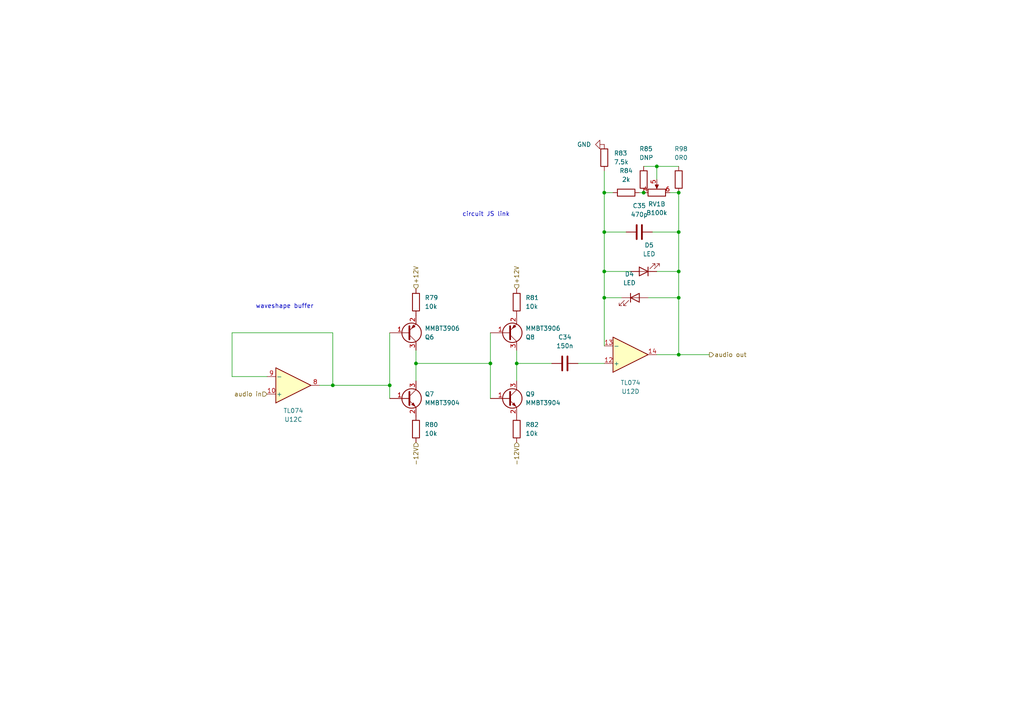
<source format=kicad_sch>
(kicad_sch (version 20250114) (generator "eeschema") (generator_version "9.0")
  (paper "A4")
  (lib_symbols
    (symbol "Amplifier_Operational:TL074" (pin_names (offset 0.127))
      (property "Reference" "U" (at 0 5.08 0))
      (property "Value" "TL074" (at 0 -5.08 0))
      (symbol "TL074_1_1"
        (polyline (pts (xy -5.08 5.08) (xy 5.08 0) (xy -5.08 -5.08) (xy -5.08 5.08)) (stroke (width 0.254)) (fill (type background)))
        (pin input line (at -7.62 2.54 0) (length 2.54) (name "+") (number "3"))
        (pin input line (at -7.62 -2.54 0) (length 2.54) (name "-") (number "2"))
        (pin output line (at 7.62 0 180) (length 2.54) (name "~") (number "1"))
      )
      (symbol "TL074_2_1"
        (polyline (pts (xy -5.08 5.08) (xy 5.08 0) (xy -5.08 -5.08) (xy -5.08 5.08)) (stroke (width 0.254)) (fill (type background)))
        (pin input line (at -7.62 2.54 0) (length 2.54) (name "+") (number "5"))
        (pin input line (at -7.62 -2.54 0) (length 2.54) (name "-") (number "6"))
        (pin output line (at 7.62 0 180) (length 2.54) (name "~") (number "7"))
      )
      (symbol "TL074_3_1"
        (polyline (pts (xy -5.08 5.08) (xy 5.08 0) (xy -5.08 -5.08) (xy -5.08 5.08)) (stroke (width 0.254)) (fill (type background)))
        (pin input line (at -7.62 2.54 0) (length 2.54) (name "+") (number "10"))
        (pin input line (at -7.62 -2.54 0) (length 2.54) (name "-") (number "9"))
        (pin output line (at 7.62 0 180) (length 2.54) (name "~") (number "8"))
      )
      (symbol "TL074_4_1"
        (polyline (pts (xy -5.08 5.08) (xy 5.08 0) (xy -5.08 -5.08) (xy -5.08 5.08)) (stroke (width 0.254)) (fill (type background)))
        (pin input line (at -7.62 2.54 0) (length 2.54) (name "+") (number "12"))
        (pin input line (at -7.62 -2.54 0) (length 2.54) (name "-") (number "13"))
        (pin output line (at 7.62 0 180) (length 2.54) (name "~") (number "14"))
      )
      (symbol "TL074_5_1"
        (pin power_in line (at -2.54 7.62 270) (length 3.81) (name "V+") (number "4"))
        (pin power_in line (at -2.54 -7.62 90) (length 3.81) (name "V-") (number "11"))
      )
    )
    (symbol "Device:C" (pin_numbers (hide yes)) (pin_names (offset 0.254))
      (property "Reference" "C" (at 0.635 2.54 0))
      (property "Value" "C" (at 0.635 -2.54 0))
      (symbol "C_0_1"
        (polyline (pts (xy -2.032 0.762) (xy 2.032 0.762)) (stroke (width 0.508)))
        (polyline (pts (xy -2.032 -0.762) (xy 2.032 -0.762)) (stroke (width 0.508)))
      )
      (symbol "C_1_1"
        (pin passive line (at 0 3.81 270) (length 2.794) (name "~") (number "1"))
        (pin passive line (at 0 -3.81 90) (length 2.794) (name "~") (number "2"))
      )
    )
    (symbol "Device:LED" (pin_numbers (hide yes)) (pin_names (offset 1.016) (hide yes))
      (property "Reference" "D" (at 0 2.54 0))
      (property "Value" "LED" (at 0 -2.54 0))
      (symbol "LED_0_1"
        (polyline (pts (xy -3.048 -0.762) (xy -4.572 -2.286) (xy -3.81 -2.286) (xy -4.572 -2.286) (xy -4.572 -1.524)))
        (polyline (pts (xy -1.778 -0.762) (xy -3.302 -2.286) (xy -2.54 -2.286) (xy -3.302 -2.286) (xy -3.302 -1.524)))
        (polyline (pts (xy -1.27 0) (xy 1.27 0)))
        (polyline (pts (xy -1.27 -1.27) (xy -1.27 1.27)) (stroke (width 0.254)))
        (polyline (pts (xy 1.27 -1.27) (xy 1.27 1.27) (xy -1.27 0) (xy 1.27 -1.27)) (stroke (width 0.254)))
      )
      (symbol "LED_1_1"
        (pin passive line (at -3.81 0 0) (length 2.54) (name "K") (number "1"))
        (pin passive line (at 3.81 0 180) (length 2.54) (name "A") (number "2"))
      )
    )
    (symbol "Device:R" (pin_numbers (hide yes)) (pin_names (offset 0))
      (property "Reference" "R" (at 2.032 0 90))
      (property "Value" "R" (at 0 0 90))
      (symbol "R_0_1"
        (rectangle (start -1.016 -2.54) (end 1.016 2.54) (stroke (width 0.254)))
      )
      (symbol "R_1_1"
        (pin passive line (at 0 3.81 270) (length 1.27) (name "~") (number "1"))
        (pin passive line (at 0 -3.81 90) (length 1.27) (name "~") (number "2"))
      )
    )
    (symbol "Device:R_Potentiometer_Dual_Separate" (pin_names (offset 1.016) (hide yes))
      (property "Reference" "RV" (at -4.445 0 90))
      (property "Value" "R_Potentiometer_Dual_Separate" (at -2.54 0 90))
      (symbol "R_Potentiometer_Dual_Separate_0_1"
        (rectangle (start 1.016 2.54) (end -1.016 -2.54) (stroke (width 0.254)))
        (polyline (pts (xy 1.143 0) (xy 2.286 0.508) (xy 2.286 -0.508) (xy 1.143 0)) (fill (type outline)))
        (polyline (pts (xy 2.54 0) (xy 1.524 0)))
      )
      (symbol "R_Potentiometer_Dual_Separate_1_1"
        (pin passive line (at 0 3.81 270) (length 1.27) (name "1") (number "1"))
        (pin passive line (at 0 -3.81 90) (length 1.27) (name "3") (number "3"))
        (pin passive line (at 3.81 0 180) (length 1.27) (name "2") (number "2"))
      )
      (symbol "R_Potentiometer_Dual_Separate_2_1"
        (pin passive line (at 0 3.81 270) (length 1.27) (name "4") (number "4"))
        (pin passive line (at 0 -3.81 90) (length 1.27) (name "6") (number "6"))
        (pin passive line (at 3.81 0 180) (length 1.27) (name "5") (number "5"))
      )
    )
    (symbol "Transistor_BJT:MMBT3904" (pin_names (offset 0) (hide yes))
      (property "Reference" "Q" (at 5.08 1.905 0))
      (property "Value" "MMBT3904" (at 5.08 0 0))
      (symbol "MMBT3904_0_1"
        (polyline (pts (xy 0.635 1.905) (xy 0.635 -1.905) (xy 0.635 -1.905)) (stroke (width 0.508)))
        (polyline (pts (xy 0.635 0.635) (xy 2.54 2.54)))
        (polyline (pts (xy 0.635 -0.635) (xy 2.54 -2.54) (xy 2.54 -2.54)))
        (circle (center 1.27 0) (radius 2.8194) (stroke (width 0.254)))
        (polyline (pts (xy 1.27 -1.778) (xy 1.778 -1.27) (xy 2.286 -2.286) (xy 1.27 -1.778) (xy 1.27 -1.778)) (fill (type outline)))
      )
      (symbol "MMBT3904_1_1"
        (pin input line (at -5.08 0 0) (length 5.715) (name "B") (number "1"))
        (pin passive line (at 2.54 5.08 270) (length 2.54) (name "C") (number "3"))
        (pin passive line (at 2.54 -5.08 90) (length 2.54) (name "E") (number "2"))
      )
    )
    (symbol "Transistor_BJT:MMBT3906" (pin_names (offset 0) (hide yes))
      (property "Reference" "Q" (at 5.08 1.905 0))
      (property "Value" "MMBT3906" (at 5.08 0 0))
      (symbol "MMBT3906_0_1"
        (polyline (pts (xy 0.635 1.905) (xy 0.635 -1.905) (xy 0.635 -1.905)) (stroke (width 0.508)))
        (polyline (pts (xy 0.635 0.635) (xy 2.54 2.54)))
        (polyline (pts (xy 0.635 -0.635) (xy 2.54 -2.54) (xy 2.54 -2.54)))
        (circle (center 1.27 0) (radius 2.8194) (stroke (width 0.254)))
        (polyline (pts (xy 2.286 -1.778) (xy 1.778 -2.286) (xy 1.27 -1.27) (xy 2.286 -1.778) (xy 2.286 -1.778)) (fill (type outline)))
      )
      (symbol "MMBT3906_1_1"
        (pin input line (at -5.08 0 0) (length 5.715) (name "B") (number "1"))
        (pin passive line (at 2.54 5.08 270) (length 2.54) (name "C") (number "3"))
        (pin passive line (at 2.54 -5.08 90) (length 2.54) (name "E") (number "2"))
      )
    )
    (symbol "power:GND" (power) (pin_numbers (hide yes)) (pin_names (offset 0) (hide yes))
      (property "Value" "GND" (at 0 -3.81 0))
      (symbol "GND_0_1"
        (polyline (pts (xy 0 0) (xy 0 -1.27) (xy 1.27 -1.27) (xy 0 -2.54) (xy -1.27 -1.27) (xy 0 -1.27)))
      )
      (symbol "GND_1_1"
        (pin power_in line (at 0 0 270) (length 0) (name "~") (number "1"))
      )
    )
  )
  (text "waveshape buffer" (at 82.55 88.9 0) (effects (font (size 1.27 1.27))))
  (text "circuit JS link" (at 140.97 62.23 0) (effects (font (size 1.27 1.27))))
  (junction (at 175.26 78.74))
  (junction (at 190.5 48.26))
  (junction (at 175.26 67.31))
  (junction (at 175.26 86.36))
  (junction (at 175.26 55.88))
  (junction (at 186.69 55.88))
  (junction (at 196.85 67.31))
  (junction (at 196.85 78.74))
  (junction (at 149.86 105.41))
  (junction (at 120.65 105.41))
  (junction (at 196.85 102.87))
  (junction (at 196.85 86.36))
  (junction (at 113.03 111.76))
  (junction (at 142.24 105.41))
  (junction (at 196.85 55.88))
  (junction (at 96.52 111.76))
  (wire (pts (xy 120.65 105.41) (xy 142.24 105.41)))
  (wire (pts (xy 142.24 105.41) (xy 142.24 96.52)))
  (wire (pts (xy 149.86 105.41) (xy 149.86 110.49)))
  (wire (pts (xy 185.42 55.88) (xy 186.69 55.88)))
  (wire (pts (xy 187.96 86.36) (xy 196.85 86.36)))
  (wire (pts (xy 175.26 49.53) (xy 175.26 55.88)))
  (wire (pts (xy 120.65 105.41) (xy 120.65 110.49)))
  (wire (pts (xy 190.5 48.26) (xy 190.5 52.07)))
  (wire (pts (xy 175.26 78.74) (xy 175.26 86.36)))
  (wire (pts (xy 67.31 109.22) (xy 77.47 109.22)))
  (wire (pts (xy 175.26 86.36) (xy 175.26 100.33)))
  (wire (pts (xy 96.52 111.76) (xy 113.03 111.76)))
  (wire (pts (xy 175.26 55.88) (xy 177.8 55.88)))
  (wire (pts (xy 186.69 48.26) (xy 190.5 48.26)))
  (wire (pts (xy 190.5 78.74) (xy 196.85 78.74)))
  (wire (pts (xy 96.52 96.52) (xy 96.52 111.76)))
  (wire (pts (xy 167.64 105.41) (xy 175.26 105.41)))
  (wire (pts (xy 190.5 102.87) (xy 196.85 102.87)))
  (wire (pts (xy 190.5 48.26) (xy 196.85 48.26)))
  (wire (pts (xy 149.86 101.6) (xy 149.86 105.41)))
  (wire (pts (xy 175.26 67.31) (xy 175.26 55.88)))
  (wire (pts (xy 92.71 111.76) (xy 96.52 111.76)))
  (wire (pts (xy 196.85 102.87) (xy 205.74 102.87)))
  (wire (pts (xy 175.26 67.31) (xy 175.26 78.74)))
  (wire (pts (xy 113.03 111.76) (xy 113.03 115.57)))
  (wire (pts (xy 96.52 96.52) (xy 67.31 96.52)))
  (wire (pts (xy 196.85 78.74) (xy 196.85 86.36)))
  (wire (pts (xy 113.03 96.52) (xy 113.03 111.76)))
  (wire (pts (xy 149.86 105.41) (xy 160.02 105.41)))
  (wire (pts (xy 175.26 78.74) (xy 182.88 78.74)))
  (wire (pts (xy 67.31 96.52) (xy 67.31 109.22)))
  (wire (pts (xy 120.65 101.6) (xy 120.65 105.41)))
  (wire (pts (xy 194.31 55.88) (xy 196.85 55.88)))
  (wire (pts (xy 175.26 67.31) (xy 181.61 67.31)))
  (wire (pts (xy 196.85 86.36) (xy 196.85 102.87)))
  (wire (pts (xy 180.34 86.36) (xy 175.26 86.36)))
  (wire (pts (xy 196.85 55.88) (xy 196.85 67.31)))
  (wire (pts (xy 189.23 67.31) (xy 196.85 67.31)))
  (wire (pts (xy 142.24 105.41) (xy 142.24 115.57)))
  (wire (pts (xy 196.85 67.31) (xy 196.85 78.74)))
  (hierarchical_label "+12V" (shape input) (at 149.86 83.82 90))
  (hierarchical_label "-12V" (shape input) (at 120.65 128.27 270))
  (hierarchical_label "+12V" (shape input) (at 120.65 83.82 90))
  (hierarchical_label "-12V" (shape input) (at 149.86 128.27 270))
  (hierarchical_label "audio in" (shape input) (at 77.47 114.3 180))
  (hierarchical_label "audio out" (shape output) (at 205.74 102.87 0))
  (symbol (lib_id "Device:R") (at 186.69 52.07 0) (unit 1)
    (property "Reference" "R78" (at 185.42 43.18 0) (effects (justify left)))
    (property "Value" "DNP" (at 185.42 45.72 0) (effects (justify left)))
    (property "Footprint" "Resistor_SMD:R_0603_1608Metric" (effects (hide yes)))
    (property "Description" "Resistor" (effects (hide yes)))
    (instances (project "myriad_0.4" (path "" (reference "R85") (unit 1)) (path "" (reference "R78") (unit 1))))
  )
  (symbol (lib_id "Transistor_BJT:MMBT3904") (at 147.32 115.57 0) (unit 1)
    (property "Reference" "Q5" (at 152.4 114.2999 0) (effects (justify left)))
    (property "Value" "MMBT3904" (at 152.4 116.8399 0) (effects (justify left)))
    (property "Footprint" "Package_TO_SOT_SMD:SOT-23" (effects (hide yes)))
    (property "Datasheet" "https://www.onsemi.com/pdf/datasheet/pzt3904-d.pdf" (effects (hide yes)))
    (property "Description" "0.2A Ic, 40V Vce, Small Signal NPN Transistor, SOT-23" (effects (hide yes)))
    (instances (project "myriad_0.4" (path "" (reference "Q9") (unit 1)) (path "" (reference "Q5") (unit 1))))
  )
  (symbol (lib_id "Transistor_BJT:MMBT3906") (at 147.32 96.52 0) (mirror x) (unit 1)
    (property "Reference" "Q4" (at 152.4 97.7901 0) (effects (justify left)))
    (property "Value" "MMBT3906" (at 152.4 95.2501 0) (effects (justify left)))
    (property "Footprint" "Package_TO_SOT_SMD:SOT-23" (effects (hide yes)))
    (property "Datasheet" "https://www.onsemi.com/pdf/datasheet/pzt3906-d.pdf" (effects (hide yes)))
    (property "Description" "-0.2A Ic, -40V Vce, Small Signal PNP Transistor, SOT-23" (effects (hide yes)))
    (instances (project "myriad_0.4" (path "" (reference "Q8") (unit 1)) (path "" (reference "Q4") (unit 1))))
  )
  (symbol (lib_id "Device:C") (at 185.42 67.31 270) (unit 1)
    (property "Reference" "C33" (at 185.42 59.69 90))
    (property "Value" "470p" (at 185.42 62.23 90))
    (property "Footprint" "Capacitor_SMD:C_0603_1608Metric" (effects (hide yes)))
    (property "Description" "Unpolarized capacitor" (effects (hide yes)))
    (instances (project "myriad_0.4" (path "" (reference "C35") (unit 1)) (path "" (reference "C33") (unit 1))))
  )
  (symbol (lib_id "Device:R") (at 149.86 87.63 0) (unit 1)
    (property "Reference" "R74" (at 152.4 86.3599 0) (effects (justify left)))
    (property "Value" "10k" (at 152.4 88.8999 0) (effects (justify left)))
    (property "Footprint" "Resistor_SMD:R_0603_1608Metric" (effects (hide yes)))
    (property "Description" "Resistor" (effects (hide yes)))
    (instances (project "myriad_0.4" (path "" (reference "R81") (unit 1)) (path "" (reference "R74") (unit 1))))
  )
  (symbol (lib_id "Device:LED") (at 186.69 78.74 180) (unit 1)
    (property "Reference" "D3" (at 188.2775 71.12 0))
    (property "Value" "LED" (at 188.2775 73.66 0))
    (property "Footprint" "emutelab:LED_D3.0mm_Clear_Annotated" (effects (hide yes)))
    (property "Description" "Light emitting diode" (effects (hide yes)))
    (instances (project "myriad_0.4" (path "" (reference "D5") (unit 1)) (path "" (reference "D3") (unit 1))))
  )
  (symbol (lib_id "Device:C") (at 163.83 105.41 90) (unit 1)
    (property "Reference" "C32" (at 163.83 97.79 90))
    (property "Value" "150n" (at 163.83 100.33 90))
    (property "Footprint" "Capacitor_THT:C_Rect_L7.0mm_W4.5mm_P5.00mm" (effects (hide yes)))
    (property "Description" "Unpolarized capacitor" (effects (hide yes)))
    (instances (project "myriad_0.4" (path "" (reference "C34") (unit 1)) (path "" (reference "C32") (unit 1))))
  )
  (symbol (lib_id "Transistor_BJT:MMBT3904") (at 118.11 115.57 0) (unit 1)
    (property "Reference" "Q3" (at 123.19 114.2999 0) (effects (justify left)))
    (property "Value" "MMBT3904" (at 123.19 116.8399 0) (effects (justify left)))
    (property "Footprint" "Package_TO_SOT_SMD:SOT-23" (effects (hide yes)))
    (property "Datasheet" "https://www.onsemi.com/pdf/datasheet/pzt3904-d.pdf" (effects (hide yes)))
    (property "Description" "0.2A Ic, 40V Vce, Small Signal NPN Transistor, SOT-23" (effects (hide yes)))
    (instances (project "myriad_0.4" (path "" (reference "Q7") (unit 1)) (path "" (reference "Q3") (unit 1))))
  )
  (symbol (lib_id "Device:LED") (at 184.15 86.36 0) (unit 1)
    (property "Reference" "D2" (at 182.5625 79.502 0))
    (property "Value" "LED" (at 182.5625 82.042 0))
    (property "Footprint" "emutelab:LED_D3.0mm_Clear_Annotated" (effects (hide yes)))
    (property "Description" "Light emitting diode" (effects (hide yes)))
    (instances (project "myriad_0.4" (path "" (reference "D4") (unit 1)) (path "" (reference "D2") (unit 1))))
  )
  (symbol (lib_id "Device:R") (at 175.26 45.72 0) (unit 1)
    (property "Reference" "R76" (at 178.054 44.4499 0) (effects (justify left)))
    (property "Value" "7.5k" (at 178.054 46.9899 0) (effects (justify left)))
    (property "Footprint" "Resistor_SMD:R_0603_1608Metric" (effects (hide yes)))
    (property "Description" "Resistor" (effects (hide yes)))
    (instances (project "myriad_0.4" (path "" (reference "R83") (unit 1)) (path "" (reference "R76") (unit 1))))
  )
  (symbol (lib_id "Device:R") (at 120.65 124.46 0) (unit 1)
    (property "Reference" "R73" (at 123.19 123.1899 0) (effects (justify left)))
    (property "Value" "10k" (at 123.19 125.7299 0) (effects (justify left)))
    (property "Footprint" "Resistor_SMD:R_0603_1608Metric" (effects (hide yes)))
    (property "Description" "Resistor" (effects (hide yes)))
    (instances (project "myriad_0.4" (path "" (reference "R80") (unit 1)) (path "" (reference "R73") (unit 1))))
  )
  (symbol (lib_id "Device:R_Potentiometer_Dual_Separate") (at 190.5 55.88 90) (unit 1)
    (property "Reference" "RV1" (at 190.5 59.182 90))
    (property "Value" "B100k" (at 190.5 61.722 90))
    (property "Footprint" "Potentiometer_THT:Potentiometer_Alpha_RD902F-40-00D_Dual_Vertical_CircularHoles" (effects (hide yes)))
    (property "Description" "Dual potentiometer, separate units" (effects (hide yes)))
    (instances (project "myriad_0.4" (path "" (reference "RV1") (unit 2)) (path "" (reference "RV1") (unit 1))))
  )
  (symbol (lib_id "Device:R") (at 181.61 55.88 90) (unit 1)
    (property "Reference" "R77" (at 181.61 49.53 90))
    (property "Value" "2k" (at 181.61 52.07 90))
    (property "Footprint" "Resistor_SMD:R_0603_1608Metric" (effects (hide yes)))
    (property "Description" "Resistor" (effects (hide yes)))
    (instances (project "myriad_0.4" (path "" (reference "R84") (unit 1)) (path "" (reference "R77") (unit 1))))
  )
  (symbol (lib_id "power:GND") (at 175.26 41.91 270) (unit 1)
    (property "Reference" "#PWR095" (effects (hide yes)))
    (property "Value" "GND" (at 171.45 41.9099 90) (effects (justify right)))
    (property "Description" "Power symbol creates a global label with name \"GND\" , ground" (effects (hide yes)))
    (instances (project "myriad_0.4" (path "" (reference "#PWR096") (unit 1)) (path "" (reference "#PWR095") (unit 1))))
  )
  (symbol (lib_id "Transistor_BJT:MMBT3906") (at 118.11 96.52 0) (mirror x) (unit 1)
    (property "Reference" "Q2" (at 123.19 97.7901 0) (effects (justify left)))
    (property "Value" "MMBT3906" (at 123.19 95.2501 0) (effects (justify left)))
    (property "Footprint" "Package_TO_SOT_SMD:SOT-23" (effects (hide yes)))
    (property "Datasheet" "https://www.onsemi.com/pdf/datasheet/pzt3906-d.pdf" (effects (hide yes)))
    (property "Description" "-0.2A Ic, -40V Vce, Small Signal PNP Transistor, SOT-23" (effects (hide yes)))
    (instances (project "myriad_0.4" (path "" (reference "Q6") (unit 1)) (path "" (reference "Q2") (unit 1))))
  )
  (symbol (lib_id "Device:R") (at 149.86 124.46 0) (unit 1)
    (property "Reference" "R75" (at 152.4 123.1899 0) (effects (justify left)))
    (property "Value" "10k" (at 152.4 125.7299 0) (effects (justify left)))
    (property "Footprint" "Resistor_SMD:R_0603_1608Metric" (effects (hide yes)))
    (property "Description" "Resistor" (effects (hide yes)))
    (instances (project "myriad_0.4" (path "" (reference "R82") (unit 1)) (path "" (reference "R75") (unit 1))))
  )
  (symbol (lib_id "Device:R") (at 196.85 52.07 0) (unit 1)
    (property "Reference" "R97" (at 195.58 43.18 0) (effects (justify left)))
    (property "Value" "0R0" (at 195.58 45.72 0) (effects (justify left)))
    (property "Footprint" "Resistor_SMD:R_0603_1608Metric" (effects (hide yes)))
    (property "Description" "Resistor" (effects (hide yes)))
    (instances (project "myriad_0.4" (path "" (reference "R98") (unit 1)) (path "" (reference "R97") (unit 1))))
  )
  (symbol (lib_id "Amplifier_Operational:TL074") (at 85.09 111.76 0) (mirror x) (unit 1)
    (property "Reference" "U12" (at 85.09 121.666 0))
    (property "Value" "TL074" (at 85.09 119.126 0))
    (property "Footprint" "Package_SO:TSSOP-14_4.4x5mm_P0.65mm" (effects (hide yes)))
    (property "Datasheet" "http://www.ti.com/lit/ds/symlink/tl071.pdf" (effects (hide yes)))
    (property "Description" "Quad Low-Noise JFET-Input Operational Amplifiers, DIP-14/SOIC-14" (effects (hide yes)))
    (instances (project "myriad_0.4" (path "" (reference "U12") (unit 3)) (path "" (reference "U12") (unit 1))))
  )
  (symbol (lib_id "Amplifier_Operational:TL074") (at 182.88 102.87 0) (mirror x) (unit 2)
    (property "Reference" "U12" (at 182.88 113.538 0))
    (property "Value" "TL074" (at 182.88 110.998 0))
    (property "Footprint" "Package_SO:TSSOP-14_4.4x5mm_P0.65mm" (effects (hide yes)))
    (property "Datasheet" "http://www.ti.com/lit/ds/symlink/tl071.pdf" (effects (hide yes)))
    (property "Description" "Quad Low-Noise JFET-Input Operational Amplifiers, DIP-14/SOIC-14" (effects (hide yes)))
    (instances (project "myriad_0.4" (path "" (reference "U12") (unit 4)) (path "" (reference "U12") (unit 2))))
  )
  (symbol (lib_id "Device:R") (at 120.65 87.63 0) (unit 1)
    (property "Reference" "R72" (at 123.19 86.3599 0) (effects (justify left)))
    (property "Value" "10k" (at 123.19 88.8999 0) (effects (justify left)))
    (property "Footprint" "Resistor_SMD:R_0603_1608Metric" (effects (hide yes)))
    (property "Description" "Resistor" (effects (hide yes)))
    (instances (project "myriad_0.4" (path "" (reference "R79") (unit 1)) (path "" (reference "R72") (unit 1))))
  )
)
</source>
